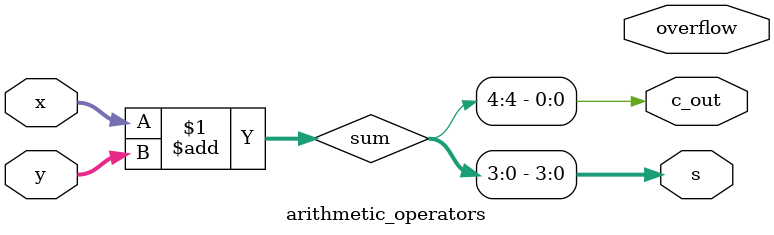
<source format=v>
`timescale 1ns / 1ps


module arithmetic_operators
#(parameter n = 4)
   (
     input [n-1:0] x, y,
     output[n-1:0] s,
     output c_out, overflow
     
    );
    
    wire [n:0] sum;
    
    //assign s = x + y;
    //assign sum = {1'b0, x} + {1'b0, y}; 
    // concatination is not required because in verilog it expands all the opeartors to the Max value
    assign sum = x + y; 
    assign s = sum[n-1:0];
    assign c_out = sum[n];
    
endmodule

</source>
